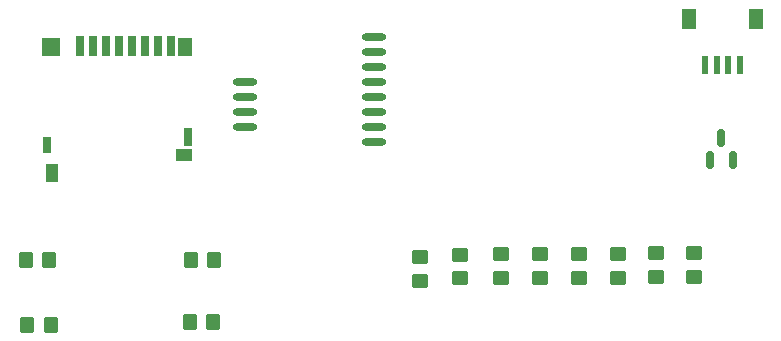
<source format=gbr>
%TF.GenerationSoftware,KiCad,Pcbnew,8.0.6-8.0.6-0~ubuntu24.04.1*%
%TF.CreationDate,2026-02-19T00:00:45-05:00*%
%TF.ProjectId,rook,726f6f6b-2e6b-4696-9361-645f70636258,rev?*%
%TF.SameCoordinates,Original*%
%TF.FileFunction,Paste,Top*%
%TF.FilePolarity,Positive*%
%FSLAX46Y46*%
G04 Gerber Fmt 4.6, Leading zero omitted, Abs format (unit mm)*
G04 Created by KiCad (PCBNEW 8.0.6-8.0.6-0~ubuntu24.04.1) date 2026-02-19 00:00:45*
%MOMM*%
%LPD*%
G01*
G04 APERTURE LIST*
G04 Aperture macros list*
%AMRoundRect*
0 Rectangle with rounded corners*
0 $1 Rounding radius*
0 $2 $3 $4 $5 $6 $7 $8 $9 X,Y pos of 4 corners*
0 Add a 4 corners polygon primitive as box body*
4,1,4,$2,$3,$4,$5,$6,$7,$8,$9,$2,$3,0*
0 Add four circle primitives for the rounded corners*
1,1,$1+$1,$2,$3*
1,1,$1+$1,$4,$5*
1,1,$1+$1,$6,$7*
1,1,$1+$1,$8,$9*
0 Add four rect primitives between the rounded corners*
20,1,$1+$1,$2,$3,$4,$5,0*
20,1,$1+$1,$4,$5,$6,$7,0*
20,1,$1+$1,$6,$7,$8,$9,0*
20,1,$1+$1,$8,$9,$2,$3,0*%
G04 Aperture macros list end*
%ADD10R,0.500000X1.550000*%
%ADD11R,1.200000X1.800000*%
%ADD12RoundRect,0.250000X-0.350000X-0.450000X0.350000X-0.450000X0.350000X0.450000X-0.350000X0.450000X0*%
%ADD13RoundRect,0.250000X0.450000X-0.350000X0.450000X0.350000X-0.450000X0.350000X-0.450000X-0.350000X0*%
%ADD14RoundRect,0.250000X-0.450000X0.350000X-0.450000X-0.350000X0.450000X-0.350000X0.450000X0.350000X0*%
%ADD15RoundRect,0.250000X0.350000X0.450000X-0.350000X0.450000X-0.350000X-0.450000X0.350000X-0.450000X0*%
%ADD16RoundRect,0.150000X0.150000X-0.587500X0.150000X0.587500X-0.150000X0.587500X-0.150000X-0.587500X0*%
%ADD17R,0.700000X1.750000*%
%ADD18R,1.300000X1.500000*%
%ADD19R,0.800000X1.500000*%
%ADD20R,0.800000X1.400000*%
%ADD21R,1.500000X1.500000*%
%ADD22R,1.000000X1.550000*%
%ADD23R,1.450000X1.000000*%
%ADD24RoundRect,0.300000X0.750000X0.000010X-0.750000X0.000010X-0.750000X-0.000010X0.750000X-0.000010X0*%
G04 APERTURE END LIST*
D10*
%TO.C,J6*%
X66500000Y-2114000D03*
X65500000Y-2114000D03*
X64500000Y-2114000D03*
X63500000Y-2114000D03*
D11*
X67800000Y1786000D03*
X62200000Y1786000D03*
%TD*%
D12*
%TO.C,R5*%
X6130000Y-24128570D03*
X8130000Y-24128570D03*
%TD*%
D13*
%TO.C,R9*%
X46242860Y-20175000D03*
X46242860Y-18175000D03*
%TD*%
D14*
%TO.C,R15*%
X49542860Y-18175000D03*
X49542860Y-20175000D03*
%TD*%
D12*
%TO.C,R20*%
X19900000Y-23950000D03*
X21900000Y-23950000D03*
%TD*%
D15*
%TO.C,R6*%
X8000000Y-18650000D03*
X6000000Y-18650000D03*
%TD*%
D16*
%TO.C,Q2*%
X63950000Y-10200000D03*
X65850000Y-10200000D03*
X64900000Y-8325000D03*
%TD*%
D13*
%TO.C,R16*%
X56142860Y-20175000D03*
X56142860Y-18175000D03*
%TD*%
D17*
%TO.C,J10*%
X10600000Y-525000D03*
X11700000Y-525000D03*
X12800000Y-525000D03*
X13900000Y-525000D03*
X15000000Y-525000D03*
X16100000Y-525000D03*
X17200000Y-525000D03*
X18300000Y-525000D03*
D18*
X19500000Y-650000D03*
D19*
X19750000Y-8250000D03*
D20*
X7800000Y-8900000D03*
D21*
X8150000Y-650000D03*
D22*
X8200000Y-11325000D03*
D23*
X19425000Y-9750000D03*
%TD*%
D13*
%TO.C,R18*%
X52842860Y-20175000D03*
X52842860Y-18175000D03*
%TD*%
D14*
%TO.C,R8*%
X42750000Y-18200000D03*
X42750000Y-20200000D03*
%TD*%
%TO.C,R7*%
X39350000Y-18400000D03*
X39350000Y-20400000D03*
%TD*%
%TO.C,R22*%
X62550000Y-18090000D03*
X62550000Y-20090000D03*
%TD*%
%TO.C,R24*%
X59400000Y-18080000D03*
X59400000Y-20080000D03*
%TD*%
D24*
%TO.C,U1*%
X35450000Y-8650000D03*
X35450000Y-7380000D03*
X35450000Y-6110000D03*
X35450000Y-4840000D03*
X35450000Y-3570000D03*
X35450000Y-2300000D03*
X35450000Y-1030000D03*
X35450000Y240000D03*
X24550000Y-3570000D03*
X24550000Y-4840000D03*
X24550000Y-6110000D03*
X24550000Y-7380000D03*
%TD*%
D12*
%TO.C,R17*%
X19960000Y-18700000D03*
X21960000Y-18700000D03*
%TD*%
M02*

</source>
